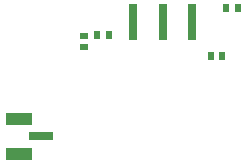
<source format=gtp>
G04*
G04 #@! TF.GenerationSoftware,Altium Limited,Altium Designer,19.1.7 (138)*
G04*
G04 Layer_Color=8421504*
%FSAX25Y25*%
%MOIN*%
G70*
G01*
G75*
%ADD14R,0.02362X0.02953*%
%ADD15R,0.02362X0.02520*%
%ADD16R,0.02520X0.02362*%
%ADD17R,0.02244X0.03071*%
%ADD18R,0.02244X0.02953*%
%ADD19R,0.02953X0.12205*%
%ADD20R,0.08661X0.04134*%
%ADD21R,0.07874X0.03071*%
D14*
X0487992Y0319587D02*
D03*
D15*
X0491772D02*
D03*
X0496850Y0335531D02*
D03*
X0493071D02*
D03*
D16*
X0445827Y0326201D02*
D03*
Y0322421D02*
D03*
D17*
X0450157Y0326555D02*
D03*
D18*
X0453858D02*
D03*
D19*
X0462047Y0331004D02*
D03*
X0471890D02*
D03*
X0481732D02*
D03*
D20*
X0423969Y0286929D02*
D03*
Y0298543D02*
D03*
D21*
X0431449Y0292736D02*
D03*
M02*

</source>
